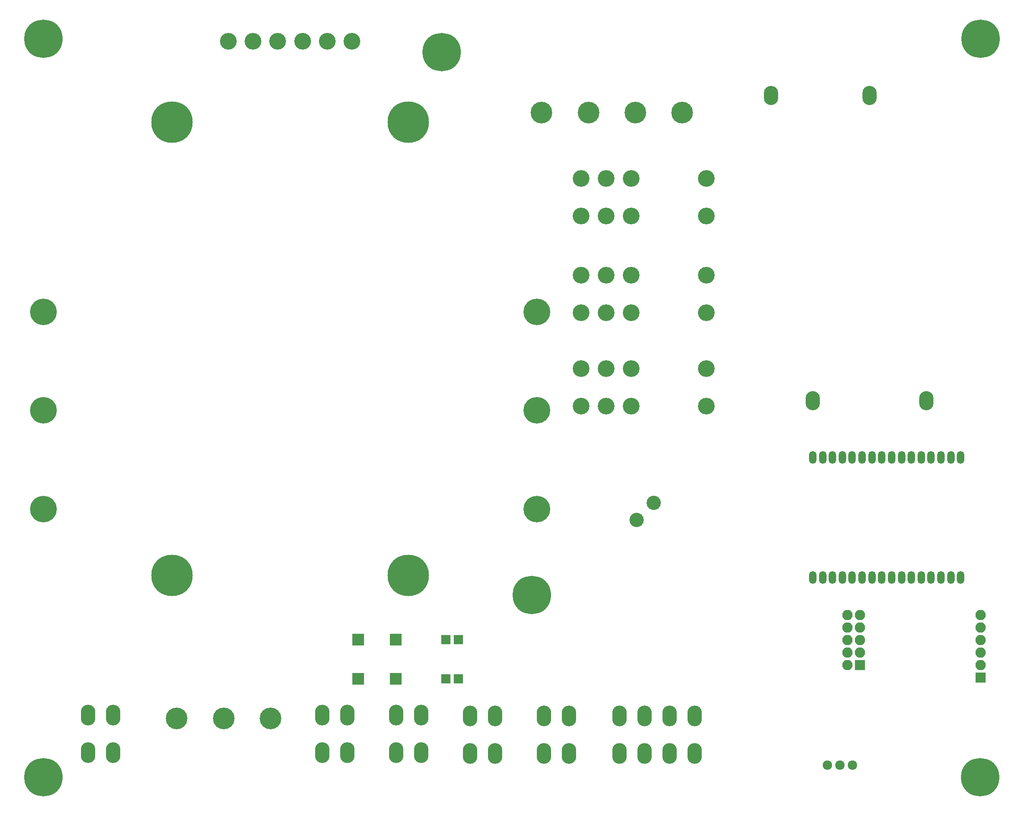
<source format=gbr>
G04 #@! TF.FileFunction,Soldermask,Bot*
%FSLAX46Y46*%
G04 Gerber Fmt 4.6, Leading zero omitted, Abs format (unit mm)*
G04 Created by KiCad (PCBNEW 4.0.7-e2-6376~58~ubuntu16.04.1) date Wed Aug 29 18:27:50 2018*
%MOMM*%
%LPD*%
G01*
G04 APERTURE LIST*
%ADD10C,0.100000*%
%ADD11C,7.800000*%
%ADD12C,3.400000*%
%ADD13C,2.900000*%
%ADD14O,2.940000X4.210000*%
%ADD15C,4.400000*%
%ADD16R,2.100000X2.100000*%
%ADD17O,2.100000X2.100000*%
%ADD18O,2.900000X3.900000*%
%ADD19O,1.500000X2.600000*%
%ADD20R,1.900000X1.900000*%
%ADD21R,2.400000X2.400000*%
%ADD22C,5.400000*%
%ADD23C,8.400000*%
%ADD24C,1.924000*%
G04 APERTURE END LIST*
D10*
D11*
X267970000Y-236000000D03*
X177000000Y-199000000D03*
X78000000Y-236000000D03*
X268000000Y-86000000D03*
X158719581Y-88719581D03*
D12*
X212400000Y-153000000D03*
X212400000Y-160620000D03*
X192080000Y-153000000D03*
X187000000Y-153000000D03*
X197160000Y-153000000D03*
X192080000Y-160620000D03*
X187000000Y-160620000D03*
X197160000Y-160620000D03*
D13*
X201767767Y-180232233D03*
X198232233Y-183767767D03*
D14*
X87000000Y-223380000D03*
X87000000Y-231000000D03*
X92080000Y-223380000D03*
X92080000Y-231000000D03*
D15*
X207500000Y-101000000D03*
X198000000Y-101000000D03*
X188500000Y-101000000D03*
X179000000Y-101000000D03*
D16*
X243540000Y-213160000D03*
D17*
X241000000Y-213160000D03*
X243540000Y-210620000D03*
X241000000Y-210620000D03*
X243540000Y-208080000D03*
X241000000Y-208080000D03*
X243540000Y-205540000D03*
X241000000Y-205540000D03*
X243540000Y-203000000D03*
X241000000Y-203000000D03*
D14*
X194760000Y-223500000D03*
X194760000Y-231120000D03*
X199840000Y-223500000D03*
X199840000Y-231120000D03*
X210000000Y-223500000D03*
X204920000Y-223500000D03*
X204920000Y-231120000D03*
X210000000Y-231120000D03*
X164500000Y-223500000D03*
X164500000Y-231120000D03*
X169580000Y-223500000D03*
X169580000Y-231120000D03*
X134500000Y-223380000D03*
X134500000Y-231000000D03*
X139580000Y-223380000D03*
X139580000Y-231000000D03*
X149500000Y-223380000D03*
X149500000Y-231000000D03*
X154580000Y-223380000D03*
X154580000Y-231000000D03*
X179500000Y-223500000D03*
X179500000Y-231120000D03*
X184580000Y-223500000D03*
X184580000Y-231120000D03*
D15*
X105000000Y-224000000D03*
X114500000Y-224000000D03*
X124000000Y-224000000D03*
D12*
X212400000Y-114380000D03*
X212400000Y-122000000D03*
X192080000Y-114380000D03*
X187000000Y-114380000D03*
X197160000Y-114380000D03*
X192080000Y-122000000D03*
X187000000Y-122000000D03*
X197160000Y-122000000D03*
X212400000Y-134000000D03*
X212400000Y-141620000D03*
X192080000Y-134000000D03*
X187000000Y-134000000D03*
X197160000Y-134000000D03*
X192080000Y-141620000D03*
X187000000Y-141620000D03*
X197160000Y-141620000D03*
D18*
X234000000Y-159500000D03*
X257000000Y-159500000D03*
X225500000Y-97500000D03*
X245500000Y-97500000D03*
D19*
X264000000Y-171000000D03*
X262000000Y-171000000D03*
X260000000Y-171000000D03*
X258000000Y-171000000D03*
X256000000Y-171000000D03*
X254000000Y-171000000D03*
X252000000Y-171000000D03*
X250000000Y-171000000D03*
X248000000Y-171000000D03*
X246000000Y-171000000D03*
X244000000Y-171000000D03*
X242000000Y-171000000D03*
X240000000Y-171000000D03*
X238000000Y-171000000D03*
X236000000Y-171000000D03*
X234000000Y-171000000D03*
X234000000Y-195400000D03*
X236000000Y-195400000D03*
X238000000Y-195400000D03*
X240000000Y-195400000D03*
X242000000Y-195400000D03*
X244000000Y-195400000D03*
X246000000Y-195400000D03*
X248000000Y-195400000D03*
X250000000Y-195400000D03*
X252000000Y-195400000D03*
X254000000Y-195400000D03*
X256000000Y-195400000D03*
X258000000Y-195400000D03*
X260000000Y-195400000D03*
X262000000Y-195400000D03*
X264000000Y-195400000D03*
D20*
X162160000Y-216000000D03*
X159620000Y-216000000D03*
D21*
X149460000Y-216000000D03*
X141840000Y-216000000D03*
D20*
X162160000Y-208000000D03*
X159620000Y-208000000D03*
D21*
X149460000Y-208000000D03*
X141840000Y-208000000D03*
D22*
X178000000Y-141500000D03*
X178000000Y-161500000D03*
X178000000Y-181500000D03*
X78000000Y-141500000D03*
X78000000Y-161500000D03*
X78000000Y-181500000D03*
D23*
X152000000Y-103000000D03*
X152000000Y-195000000D03*
X104000000Y-103000000D03*
X104000000Y-195000000D03*
D12*
X140500000Y-86500000D03*
X135500000Y-86500000D03*
X130500000Y-86500000D03*
X125500000Y-86500000D03*
X120500000Y-86500000D03*
X115500000Y-86500000D03*
D24*
X237000000Y-233500000D03*
X239540000Y-233500000D03*
X242080000Y-233500000D03*
D16*
X268000000Y-215700000D03*
D17*
X268000000Y-213160000D03*
X268000000Y-210620000D03*
X268000000Y-208080000D03*
X268000000Y-205540000D03*
X268000000Y-203000000D03*
D11*
X78000000Y-86000000D03*
M02*

</source>
